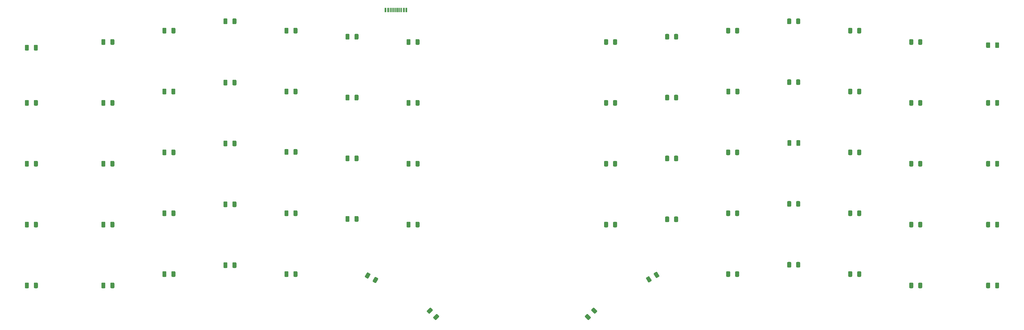
<source format=gbr>
%TF.GenerationSoftware,KiCad,Pcbnew,(5.1.10)-1*%
%TF.CreationDate,2021-08-09T17:58:55+02:00*%
%TF.ProjectId,T1,54312e6b-6963-4616-945f-706362585858,rev?*%
%TF.SameCoordinates,Original*%
%TF.FileFunction,Paste,Top*%
%TF.FilePolarity,Positive*%
%FSLAX46Y46*%
G04 Gerber Fmt 4.6, Leading zero omitted, Abs format (unit mm)*
G04 Created by KiCad (PCBNEW (5.1.10)-1) date 2021-08-09 17:58:55*
%MOMM*%
%LPD*%
G01*
G04 APERTURE LIST*
%ADD10R,0.600000X1.450000*%
%ADD11R,0.300000X1.450000*%
G04 APERTURE END LIST*
%TO.C,D68*%
G36*
G01*
X288181750Y-99990750D02*
X288181750Y-101240750D01*
G75*
G02*
X287931750Y-101490750I-250000J0D01*
G01*
X287181750Y-101490750D01*
G75*
G02*
X286931750Y-101240750I0J250000D01*
G01*
X286931750Y-99990750D01*
G75*
G02*
X287181750Y-99740750I250000J0D01*
G01*
X287931750Y-99740750D01*
G75*
G02*
X288181750Y-99990750I0J-250000D01*
G01*
G37*
G36*
G01*
X290981750Y-99990750D02*
X290981750Y-101240750D01*
G75*
G02*
X290731750Y-101490750I-250000J0D01*
G01*
X289981750Y-101490750D01*
G75*
G02*
X289731750Y-101240750I0J250000D01*
G01*
X289731750Y-99990750D01*
G75*
G02*
X289981750Y-99740750I250000J0D01*
G01*
X290731750Y-99740750D01*
G75*
G02*
X290981750Y-99990750I0J-250000D01*
G01*
G37*
%TD*%
%TO.C,D60*%
G36*
G01*
X245125750Y-134534750D02*
X245125750Y-135784750D01*
G75*
G02*
X244875750Y-136034750I-250000J0D01*
G01*
X244125750Y-136034750D01*
G75*
G02*
X243875750Y-135784750I0J250000D01*
G01*
X243875750Y-134534750D01*
G75*
G02*
X244125750Y-134284750I250000J0D01*
G01*
X244875750Y-134284750D01*
G75*
G02*
X245125750Y-134534750I0J-250000D01*
G01*
G37*
G36*
G01*
X247925750Y-134534750D02*
X247925750Y-135784750D01*
G75*
G02*
X247675750Y-136034750I-250000J0D01*
G01*
X246925750Y-136034750D01*
G75*
G02*
X246675750Y-135784750I0J250000D01*
G01*
X246675750Y-134534750D01*
G75*
G02*
X246925750Y-134284750I250000J0D01*
G01*
X247675750Y-134284750D01*
G75*
G02*
X247925750Y-134534750I0J-250000D01*
G01*
G37*
%TD*%
%TO.C,D45*%
G36*
G01*
X181858644Y-135959984D02*
X182483644Y-137042516D01*
G75*
G02*
X182392138Y-137384022I-216506J-125000D01*
G01*
X181742618Y-137759022D01*
G75*
G02*
X181401112Y-137667516I-125000J216506D01*
G01*
X180776112Y-136584984D01*
G75*
G02*
X180867618Y-136243478I216506J125000D01*
G01*
X181517138Y-135868478D01*
G75*
G02*
X181858644Y-135959984I125000J-216506D01*
G01*
G37*
G36*
G01*
X184283516Y-134559984D02*
X184908516Y-135642516D01*
G75*
G02*
X184817010Y-135984022I-216506J-125000D01*
G01*
X184167490Y-136359022D01*
G75*
G02*
X183825984Y-136267516I-125000J216506D01*
G01*
X183200984Y-135184984D01*
G75*
G02*
X183292490Y-134843478I216506J125000D01*
G01*
X183942010Y-134468478D01*
G75*
G02*
X184283516Y-134559984I125000J-216506D01*
G01*
G37*
%TD*%
D10*
%TO.C,J1*%
X99461250Y-52527250D03*
X100261250Y-52527250D03*
X105161250Y-52527250D03*
X105961250Y-52527250D03*
X105961250Y-52527250D03*
X105161250Y-52527250D03*
X100261250Y-52527250D03*
X99461250Y-52527250D03*
D11*
X104461250Y-52527250D03*
X103961250Y-52527250D03*
X103461250Y-52527250D03*
X102461250Y-52527250D03*
X101961250Y-52527250D03*
X101461250Y-52527250D03*
X100961250Y-52527250D03*
X102961250Y-52527250D03*
%TD*%
%TO.C,D70*%
G36*
G01*
X288181750Y-138090750D02*
X288181750Y-139340750D01*
G75*
G02*
X287931750Y-139590750I-250000J0D01*
G01*
X287181750Y-139590750D01*
G75*
G02*
X286931750Y-139340750I0J250000D01*
G01*
X286931750Y-138090750D01*
G75*
G02*
X287181750Y-137840750I250000J0D01*
G01*
X287931750Y-137840750D01*
G75*
G02*
X288181750Y-138090750I0J-250000D01*
G01*
G37*
G36*
G01*
X290981750Y-138090750D02*
X290981750Y-139340750D01*
G75*
G02*
X290731750Y-139590750I-250000J0D01*
G01*
X289981750Y-139590750D01*
G75*
G02*
X289731750Y-139340750I0J250000D01*
G01*
X289731750Y-138090750D01*
G75*
G02*
X289981750Y-137840750I250000J0D01*
G01*
X290731750Y-137840750D01*
G75*
G02*
X290981750Y-138090750I0J-250000D01*
G01*
G37*
%TD*%
%TO.C,D69*%
G36*
G01*
X288181750Y-119040750D02*
X288181750Y-120290750D01*
G75*
G02*
X287931750Y-120540750I-250000J0D01*
G01*
X287181750Y-120540750D01*
G75*
G02*
X286931750Y-120290750I0J250000D01*
G01*
X286931750Y-119040750D01*
G75*
G02*
X287181750Y-118790750I250000J0D01*
G01*
X287931750Y-118790750D01*
G75*
G02*
X288181750Y-119040750I0J-250000D01*
G01*
G37*
G36*
G01*
X290981750Y-119040750D02*
X290981750Y-120290750D01*
G75*
G02*
X290731750Y-120540750I-250000J0D01*
G01*
X289981750Y-120540750D01*
G75*
G02*
X289731750Y-120290750I0J250000D01*
G01*
X289731750Y-119040750D01*
G75*
G02*
X289981750Y-118790750I250000J0D01*
G01*
X290731750Y-118790750D01*
G75*
G02*
X290981750Y-119040750I0J-250000D01*
G01*
G37*
%TD*%
%TO.C,D67*%
G36*
G01*
X288181750Y-80940750D02*
X288181750Y-82190750D01*
G75*
G02*
X287931750Y-82440750I-250000J0D01*
G01*
X287181750Y-82440750D01*
G75*
G02*
X286931750Y-82190750I0J250000D01*
G01*
X286931750Y-80940750D01*
G75*
G02*
X287181750Y-80690750I250000J0D01*
G01*
X287931750Y-80690750D01*
G75*
G02*
X288181750Y-80940750I0J-250000D01*
G01*
G37*
G36*
G01*
X290981750Y-80940750D02*
X290981750Y-82190750D01*
G75*
G02*
X290731750Y-82440750I-250000J0D01*
G01*
X289981750Y-82440750D01*
G75*
G02*
X289731750Y-82190750I0J250000D01*
G01*
X289731750Y-80940750D01*
G75*
G02*
X289981750Y-80690750I250000J0D01*
G01*
X290731750Y-80690750D01*
G75*
G02*
X290981750Y-80940750I0J-250000D01*
G01*
G37*
%TD*%
%TO.C,D66*%
G36*
G01*
X288181750Y-62875000D02*
X288181750Y-64125000D01*
G75*
G02*
X287931750Y-64375000I-250000J0D01*
G01*
X287181750Y-64375000D01*
G75*
G02*
X286931750Y-64125000I0J250000D01*
G01*
X286931750Y-62875000D01*
G75*
G02*
X287181750Y-62625000I250000J0D01*
G01*
X287931750Y-62625000D01*
G75*
G02*
X288181750Y-62875000I0J-250000D01*
G01*
G37*
G36*
G01*
X290981750Y-62875000D02*
X290981750Y-64125000D01*
G75*
G02*
X290731750Y-64375000I-250000J0D01*
G01*
X289981750Y-64375000D01*
G75*
G02*
X289731750Y-64125000I0J250000D01*
G01*
X289731750Y-62875000D01*
G75*
G02*
X289981750Y-62625000I250000J0D01*
G01*
X290731750Y-62625000D01*
G75*
G02*
X290981750Y-62875000I0J-250000D01*
G01*
G37*
%TD*%
%TO.C,D65*%
G36*
G01*
X264178750Y-138090750D02*
X264178750Y-139340750D01*
G75*
G02*
X263928750Y-139590750I-250000J0D01*
G01*
X263178750Y-139590750D01*
G75*
G02*
X262928750Y-139340750I0J250000D01*
G01*
X262928750Y-138090750D01*
G75*
G02*
X263178750Y-137840750I250000J0D01*
G01*
X263928750Y-137840750D01*
G75*
G02*
X264178750Y-138090750I0J-250000D01*
G01*
G37*
G36*
G01*
X266978750Y-138090750D02*
X266978750Y-139340750D01*
G75*
G02*
X266728750Y-139590750I-250000J0D01*
G01*
X265978750Y-139590750D01*
G75*
G02*
X265728750Y-139340750I0J250000D01*
G01*
X265728750Y-138090750D01*
G75*
G02*
X265978750Y-137840750I250000J0D01*
G01*
X266728750Y-137840750D01*
G75*
G02*
X266978750Y-138090750I0J-250000D01*
G01*
G37*
%TD*%
%TO.C,D64*%
G36*
G01*
X264178750Y-119040750D02*
X264178750Y-120290750D01*
G75*
G02*
X263928750Y-120540750I-250000J0D01*
G01*
X263178750Y-120540750D01*
G75*
G02*
X262928750Y-120290750I0J250000D01*
G01*
X262928750Y-119040750D01*
G75*
G02*
X263178750Y-118790750I250000J0D01*
G01*
X263928750Y-118790750D01*
G75*
G02*
X264178750Y-119040750I0J-250000D01*
G01*
G37*
G36*
G01*
X266978750Y-119040750D02*
X266978750Y-120290750D01*
G75*
G02*
X266728750Y-120540750I-250000J0D01*
G01*
X265978750Y-120540750D01*
G75*
G02*
X265728750Y-120290750I0J250000D01*
G01*
X265728750Y-119040750D01*
G75*
G02*
X265978750Y-118790750I250000J0D01*
G01*
X266728750Y-118790750D01*
G75*
G02*
X266978750Y-119040750I0J-250000D01*
G01*
G37*
%TD*%
%TO.C,D63*%
G36*
G01*
X264175750Y-99990750D02*
X264175750Y-101240750D01*
G75*
G02*
X263925750Y-101490750I-250000J0D01*
G01*
X263175750Y-101490750D01*
G75*
G02*
X262925750Y-101240750I0J250000D01*
G01*
X262925750Y-99990750D01*
G75*
G02*
X263175750Y-99740750I250000J0D01*
G01*
X263925750Y-99740750D01*
G75*
G02*
X264175750Y-99990750I0J-250000D01*
G01*
G37*
G36*
G01*
X266975750Y-99990750D02*
X266975750Y-101240750D01*
G75*
G02*
X266725750Y-101490750I-250000J0D01*
G01*
X265975750Y-101490750D01*
G75*
G02*
X265725750Y-101240750I0J250000D01*
G01*
X265725750Y-99990750D01*
G75*
G02*
X265975750Y-99740750I250000J0D01*
G01*
X266725750Y-99740750D01*
G75*
G02*
X266975750Y-99990750I0J-250000D01*
G01*
G37*
%TD*%
%TO.C,D62*%
G36*
G01*
X264178750Y-80940750D02*
X264178750Y-82190750D01*
G75*
G02*
X263928750Y-82440750I-250000J0D01*
G01*
X263178750Y-82440750D01*
G75*
G02*
X262928750Y-82190750I0J250000D01*
G01*
X262928750Y-80940750D01*
G75*
G02*
X263178750Y-80690750I250000J0D01*
G01*
X263928750Y-80690750D01*
G75*
G02*
X264178750Y-80940750I0J-250000D01*
G01*
G37*
G36*
G01*
X266978750Y-80940750D02*
X266978750Y-82190750D01*
G75*
G02*
X266728750Y-82440750I-250000J0D01*
G01*
X265978750Y-82440750D01*
G75*
G02*
X265728750Y-82190750I0J250000D01*
G01*
X265728750Y-80940750D01*
G75*
G02*
X265978750Y-80690750I250000J0D01*
G01*
X266728750Y-80690750D01*
G75*
G02*
X266978750Y-80940750I0J-250000D01*
G01*
G37*
%TD*%
%TO.C,D61*%
G36*
G01*
X264178750Y-61890750D02*
X264178750Y-63140750D01*
G75*
G02*
X263928750Y-63390750I-250000J0D01*
G01*
X263178750Y-63390750D01*
G75*
G02*
X262928750Y-63140750I0J250000D01*
G01*
X262928750Y-61890750D01*
G75*
G02*
X263178750Y-61640750I250000J0D01*
G01*
X263928750Y-61640750D01*
G75*
G02*
X264178750Y-61890750I0J-250000D01*
G01*
G37*
G36*
G01*
X266978750Y-61890750D02*
X266978750Y-63140750D01*
G75*
G02*
X266728750Y-63390750I-250000J0D01*
G01*
X265978750Y-63390750D01*
G75*
G02*
X265728750Y-63140750I0J250000D01*
G01*
X265728750Y-61890750D01*
G75*
G02*
X265978750Y-61640750I250000J0D01*
G01*
X266728750Y-61640750D01*
G75*
G02*
X266978750Y-61890750I0J-250000D01*
G01*
G37*
%TD*%
%TO.C,D59*%
G36*
G01*
X245128750Y-115484750D02*
X245128750Y-116734750D01*
G75*
G02*
X244878750Y-116984750I-250000J0D01*
G01*
X244128750Y-116984750D01*
G75*
G02*
X243878750Y-116734750I0J250000D01*
G01*
X243878750Y-115484750D01*
G75*
G02*
X244128750Y-115234750I250000J0D01*
G01*
X244878750Y-115234750D01*
G75*
G02*
X245128750Y-115484750I0J-250000D01*
G01*
G37*
G36*
G01*
X247928750Y-115484750D02*
X247928750Y-116734750D01*
G75*
G02*
X247678750Y-116984750I-250000J0D01*
G01*
X246928750Y-116984750D01*
G75*
G02*
X246678750Y-116734750I0J250000D01*
G01*
X246678750Y-115484750D01*
G75*
G02*
X246928750Y-115234750I250000J0D01*
G01*
X247678750Y-115234750D01*
G75*
G02*
X247928750Y-115484750I0J-250000D01*
G01*
G37*
%TD*%
%TO.C,D58*%
G36*
G01*
X245128750Y-96434750D02*
X245128750Y-97684750D01*
G75*
G02*
X244878750Y-97934750I-250000J0D01*
G01*
X244128750Y-97934750D01*
G75*
G02*
X243878750Y-97684750I0J250000D01*
G01*
X243878750Y-96434750D01*
G75*
G02*
X244128750Y-96184750I250000J0D01*
G01*
X244878750Y-96184750D01*
G75*
G02*
X245128750Y-96434750I0J-250000D01*
G01*
G37*
G36*
G01*
X247928750Y-96434750D02*
X247928750Y-97684750D01*
G75*
G02*
X247678750Y-97934750I-250000J0D01*
G01*
X246928750Y-97934750D01*
G75*
G02*
X246678750Y-97684750I0J250000D01*
G01*
X246678750Y-96434750D01*
G75*
G02*
X246928750Y-96184750I250000J0D01*
G01*
X247678750Y-96184750D01*
G75*
G02*
X247928750Y-96434750I0J-250000D01*
G01*
G37*
%TD*%
%TO.C,D57*%
G36*
G01*
X245128750Y-77384750D02*
X245128750Y-78634750D01*
G75*
G02*
X244878750Y-78884750I-250000J0D01*
G01*
X244128750Y-78884750D01*
G75*
G02*
X243878750Y-78634750I0J250000D01*
G01*
X243878750Y-77384750D01*
G75*
G02*
X244128750Y-77134750I250000J0D01*
G01*
X244878750Y-77134750D01*
G75*
G02*
X245128750Y-77384750I0J-250000D01*
G01*
G37*
G36*
G01*
X247928750Y-77384750D02*
X247928750Y-78634750D01*
G75*
G02*
X247678750Y-78884750I-250000J0D01*
G01*
X246928750Y-78884750D01*
G75*
G02*
X246678750Y-78634750I0J250000D01*
G01*
X246678750Y-77384750D01*
G75*
G02*
X246928750Y-77134750I250000J0D01*
G01*
X247678750Y-77134750D01*
G75*
G02*
X247928750Y-77384750I0J-250000D01*
G01*
G37*
%TD*%
%TO.C,D56*%
G36*
G01*
X245128750Y-58334750D02*
X245128750Y-59584750D01*
G75*
G02*
X244878750Y-59834750I-250000J0D01*
G01*
X244128750Y-59834750D01*
G75*
G02*
X243878750Y-59584750I0J250000D01*
G01*
X243878750Y-58334750D01*
G75*
G02*
X244128750Y-58084750I250000J0D01*
G01*
X244878750Y-58084750D01*
G75*
G02*
X245128750Y-58334750I0J-250000D01*
G01*
G37*
G36*
G01*
X247928750Y-58334750D02*
X247928750Y-59584750D01*
G75*
G02*
X247678750Y-59834750I-250000J0D01*
G01*
X246928750Y-59834750D01*
G75*
G02*
X246678750Y-59584750I0J250000D01*
G01*
X246678750Y-58334750D01*
G75*
G02*
X246928750Y-58084750I250000J0D01*
G01*
X247678750Y-58084750D01*
G75*
G02*
X247928750Y-58334750I0J-250000D01*
G01*
G37*
%TD*%
%TO.C,D55*%
G36*
G01*
X226078750Y-131613750D02*
X226078750Y-132863750D01*
G75*
G02*
X225828750Y-133113750I-250000J0D01*
G01*
X225078750Y-133113750D01*
G75*
G02*
X224828750Y-132863750I0J250000D01*
G01*
X224828750Y-131613750D01*
G75*
G02*
X225078750Y-131363750I250000J0D01*
G01*
X225828750Y-131363750D01*
G75*
G02*
X226078750Y-131613750I0J-250000D01*
G01*
G37*
G36*
G01*
X228878750Y-131613750D02*
X228878750Y-132863750D01*
G75*
G02*
X228628750Y-133113750I-250000J0D01*
G01*
X227878750Y-133113750D01*
G75*
G02*
X227628750Y-132863750I0J250000D01*
G01*
X227628750Y-131613750D01*
G75*
G02*
X227878750Y-131363750I250000J0D01*
G01*
X228628750Y-131363750D01*
G75*
G02*
X228878750Y-131613750I0J-250000D01*
G01*
G37*
%TD*%
%TO.C,D54*%
G36*
G01*
X226078750Y-112563750D02*
X226078750Y-113813750D01*
G75*
G02*
X225828750Y-114063750I-250000J0D01*
G01*
X225078750Y-114063750D01*
G75*
G02*
X224828750Y-113813750I0J250000D01*
G01*
X224828750Y-112563750D01*
G75*
G02*
X225078750Y-112313750I250000J0D01*
G01*
X225828750Y-112313750D01*
G75*
G02*
X226078750Y-112563750I0J-250000D01*
G01*
G37*
G36*
G01*
X228878750Y-112563750D02*
X228878750Y-113813750D01*
G75*
G02*
X228628750Y-114063750I-250000J0D01*
G01*
X227878750Y-114063750D01*
G75*
G02*
X227628750Y-113813750I0J250000D01*
G01*
X227628750Y-112563750D01*
G75*
G02*
X227878750Y-112313750I250000J0D01*
G01*
X228628750Y-112313750D01*
G75*
G02*
X228878750Y-112563750I0J-250000D01*
G01*
G37*
%TD*%
%TO.C,D53*%
G36*
G01*
X226139250Y-93513750D02*
X226139250Y-94763750D01*
G75*
G02*
X225889250Y-95013750I-250000J0D01*
G01*
X225139250Y-95013750D01*
G75*
G02*
X224889250Y-94763750I0J250000D01*
G01*
X224889250Y-93513750D01*
G75*
G02*
X225139250Y-93263750I250000J0D01*
G01*
X225889250Y-93263750D01*
G75*
G02*
X226139250Y-93513750I0J-250000D01*
G01*
G37*
G36*
G01*
X228939250Y-93513750D02*
X228939250Y-94763750D01*
G75*
G02*
X228689250Y-95013750I-250000J0D01*
G01*
X227939250Y-95013750D01*
G75*
G02*
X227689250Y-94763750I0J250000D01*
G01*
X227689250Y-93513750D01*
G75*
G02*
X227939250Y-93263750I250000J0D01*
G01*
X228689250Y-93263750D01*
G75*
G02*
X228939250Y-93513750I0J-250000D01*
G01*
G37*
%TD*%
%TO.C,D52*%
G36*
G01*
X226078750Y-74463750D02*
X226078750Y-75713750D01*
G75*
G02*
X225828750Y-75963750I-250000J0D01*
G01*
X225078750Y-75963750D01*
G75*
G02*
X224828750Y-75713750I0J250000D01*
G01*
X224828750Y-74463750D01*
G75*
G02*
X225078750Y-74213750I250000J0D01*
G01*
X225828750Y-74213750D01*
G75*
G02*
X226078750Y-74463750I0J-250000D01*
G01*
G37*
G36*
G01*
X228878750Y-74463750D02*
X228878750Y-75713750D01*
G75*
G02*
X228628750Y-75963750I-250000J0D01*
G01*
X227878750Y-75963750D01*
G75*
G02*
X227628750Y-75713750I0J250000D01*
G01*
X227628750Y-74463750D01*
G75*
G02*
X227878750Y-74213750I250000J0D01*
G01*
X228628750Y-74213750D01*
G75*
G02*
X228878750Y-74463750I0J-250000D01*
G01*
G37*
%TD*%
%TO.C,D51*%
G36*
G01*
X226075750Y-55413750D02*
X226075750Y-56663750D01*
G75*
G02*
X225825750Y-56913750I-250000J0D01*
G01*
X225075750Y-56913750D01*
G75*
G02*
X224825750Y-56663750I0J250000D01*
G01*
X224825750Y-55413750D01*
G75*
G02*
X225075750Y-55163750I250000J0D01*
G01*
X225825750Y-55163750D01*
G75*
G02*
X226075750Y-55413750I0J-250000D01*
G01*
G37*
G36*
G01*
X228875750Y-55413750D02*
X228875750Y-56663750D01*
G75*
G02*
X228625750Y-56913750I-250000J0D01*
G01*
X227875750Y-56913750D01*
G75*
G02*
X227625750Y-56663750I0J250000D01*
G01*
X227625750Y-55413750D01*
G75*
G02*
X227875750Y-55163750I250000J0D01*
G01*
X228625750Y-55163750D01*
G75*
G02*
X228875750Y-55413750I0J-250000D01*
G01*
G37*
%TD*%
%TO.C,D50*%
G36*
G01*
X207028750Y-134534750D02*
X207028750Y-135784750D01*
G75*
G02*
X206778750Y-136034750I-250000J0D01*
G01*
X206028750Y-136034750D01*
G75*
G02*
X205778750Y-135784750I0J250000D01*
G01*
X205778750Y-134534750D01*
G75*
G02*
X206028750Y-134284750I250000J0D01*
G01*
X206778750Y-134284750D01*
G75*
G02*
X207028750Y-134534750I0J-250000D01*
G01*
G37*
G36*
G01*
X209828750Y-134534750D02*
X209828750Y-135784750D01*
G75*
G02*
X209578750Y-136034750I-250000J0D01*
G01*
X208828750Y-136034750D01*
G75*
G02*
X208578750Y-135784750I0J250000D01*
G01*
X208578750Y-134534750D01*
G75*
G02*
X208828750Y-134284750I250000J0D01*
G01*
X209578750Y-134284750D01*
G75*
G02*
X209828750Y-134534750I0J-250000D01*
G01*
G37*
%TD*%
%TO.C,D49*%
G36*
G01*
X207028750Y-115484750D02*
X207028750Y-116734750D01*
G75*
G02*
X206778750Y-116984750I-250000J0D01*
G01*
X206028750Y-116984750D01*
G75*
G02*
X205778750Y-116734750I0J250000D01*
G01*
X205778750Y-115484750D01*
G75*
G02*
X206028750Y-115234750I250000J0D01*
G01*
X206778750Y-115234750D01*
G75*
G02*
X207028750Y-115484750I0J-250000D01*
G01*
G37*
G36*
G01*
X209828750Y-115484750D02*
X209828750Y-116734750D01*
G75*
G02*
X209578750Y-116984750I-250000J0D01*
G01*
X208828750Y-116984750D01*
G75*
G02*
X208578750Y-116734750I0J250000D01*
G01*
X208578750Y-115484750D01*
G75*
G02*
X208828750Y-115234750I250000J0D01*
G01*
X209578750Y-115234750D01*
G75*
G02*
X209828750Y-115484750I0J-250000D01*
G01*
G37*
%TD*%
%TO.C,D48*%
G36*
G01*
X207028750Y-96434750D02*
X207028750Y-97684750D01*
G75*
G02*
X206778750Y-97934750I-250000J0D01*
G01*
X206028750Y-97934750D01*
G75*
G02*
X205778750Y-97684750I0J250000D01*
G01*
X205778750Y-96434750D01*
G75*
G02*
X206028750Y-96184750I250000J0D01*
G01*
X206778750Y-96184750D01*
G75*
G02*
X207028750Y-96434750I0J-250000D01*
G01*
G37*
G36*
G01*
X209828750Y-96434750D02*
X209828750Y-97684750D01*
G75*
G02*
X209578750Y-97934750I-250000J0D01*
G01*
X208828750Y-97934750D01*
G75*
G02*
X208578750Y-97684750I0J250000D01*
G01*
X208578750Y-96434750D01*
G75*
G02*
X208828750Y-96184750I250000J0D01*
G01*
X209578750Y-96184750D01*
G75*
G02*
X209828750Y-96434750I0J-250000D01*
G01*
G37*
%TD*%
%TO.C,D47*%
G36*
G01*
X207092250Y-77384750D02*
X207092250Y-78634750D01*
G75*
G02*
X206842250Y-78884750I-250000J0D01*
G01*
X206092250Y-78884750D01*
G75*
G02*
X205842250Y-78634750I0J250000D01*
G01*
X205842250Y-77384750D01*
G75*
G02*
X206092250Y-77134750I250000J0D01*
G01*
X206842250Y-77134750D01*
G75*
G02*
X207092250Y-77384750I0J-250000D01*
G01*
G37*
G36*
G01*
X209892250Y-77384750D02*
X209892250Y-78634750D01*
G75*
G02*
X209642250Y-78884750I-250000J0D01*
G01*
X208892250Y-78884750D01*
G75*
G02*
X208642250Y-78634750I0J250000D01*
G01*
X208642250Y-77384750D01*
G75*
G02*
X208892250Y-77134750I250000J0D01*
G01*
X209642250Y-77134750D01*
G75*
G02*
X209892250Y-77384750I0J-250000D01*
G01*
G37*
%TD*%
%TO.C,D46*%
G36*
G01*
X207028750Y-58334750D02*
X207028750Y-59584750D01*
G75*
G02*
X206778750Y-59834750I-250000J0D01*
G01*
X206028750Y-59834750D01*
G75*
G02*
X205778750Y-59584750I0J250000D01*
G01*
X205778750Y-58334750D01*
G75*
G02*
X206028750Y-58084750I250000J0D01*
G01*
X206778750Y-58084750D01*
G75*
G02*
X207028750Y-58334750I0J-250000D01*
G01*
G37*
G36*
G01*
X209828750Y-58334750D02*
X209828750Y-59584750D01*
G75*
G02*
X209578750Y-59834750I-250000J0D01*
G01*
X208828750Y-59834750D01*
G75*
G02*
X208578750Y-59584750I0J250000D01*
G01*
X208578750Y-58334750D01*
G75*
G02*
X208828750Y-58084750I250000J0D01*
G01*
X209578750Y-58084750D01*
G75*
G02*
X209828750Y-58334750I0J-250000D01*
G01*
G37*
%TD*%
%TO.C,D44*%
G36*
G01*
X187978750Y-117389750D02*
X187978750Y-118639750D01*
G75*
G02*
X187728750Y-118889750I-250000J0D01*
G01*
X186978750Y-118889750D01*
G75*
G02*
X186728750Y-118639750I0J250000D01*
G01*
X186728750Y-117389750D01*
G75*
G02*
X186978750Y-117139750I250000J0D01*
G01*
X187728750Y-117139750D01*
G75*
G02*
X187978750Y-117389750I0J-250000D01*
G01*
G37*
G36*
G01*
X190778750Y-117389750D02*
X190778750Y-118639750D01*
G75*
G02*
X190528750Y-118889750I-250000J0D01*
G01*
X189778750Y-118889750D01*
G75*
G02*
X189528750Y-118639750I0J250000D01*
G01*
X189528750Y-117389750D01*
G75*
G02*
X189778750Y-117139750I250000J0D01*
G01*
X190528750Y-117139750D01*
G75*
G02*
X190778750Y-117389750I0J-250000D01*
G01*
G37*
%TD*%
%TO.C,D43*%
G36*
G01*
X187978750Y-98339750D02*
X187978750Y-99589750D01*
G75*
G02*
X187728750Y-99839750I-250000J0D01*
G01*
X186978750Y-99839750D01*
G75*
G02*
X186728750Y-99589750I0J250000D01*
G01*
X186728750Y-98339750D01*
G75*
G02*
X186978750Y-98089750I250000J0D01*
G01*
X187728750Y-98089750D01*
G75*
G02*
X187978750Y-98339750I0J-250000D01*
G01*
G37*
G36*
G01*
X190778750Y-98339750D02*
X190778750Y-99589750D01*
G75*
G02*
X190528750Y-99839750I-250000J0D01*
G01*
X189778750Y-99839750D01*
G75*
G02*
X189528750Y-99589750I0J250000D01*
G01*
X189528750Y-98339750D01*
G75*
G02*
X189778750Y-98089750I250000J0D01*
G01*
X190528750Y-98089750D01*
G75*
G02*
X190778750Y-98339750I0J-250000D01*
G01*
G37*
%TD*%
%TO.C,D42*%
G36*
G01*
X187978750Y-79289750D02*
X187978750Y-80539750D01*
G75*
G02*
X187728750Y-80789750I-250000J0D01*
G01*
X186978750Y-80789750D01*
G75*
G02*
X186728750Y-80539750I0J250000D01*
G01*
X186728750Y-79289750D01*
G75*
G02*
X186978750Y-79039750I250000J0D01*
G01*
X187728750Y-79039750D01*
G75*
G02*
X187978750Y-79289750I0J-250000D01*
G01*
G37*
G36*
G01*
X190778750Y-79289750D02*
X190778750Y-80539750D01*
G75*
G02*
X190528750Y-80789750I-250000J0D01*
G01*
X189778750Y-80789750D01*
G75*
G02*
X189528750Y-80539750I0J250000D01*
G01*
X189528750Y-79289750D01*
G75*
G02*
X189778750Y-79039750I250000J0D01*
G01*
X190528750Y-79039750D01*
G75*
G02*
X190778750Y-79289750I0J-250000D01*
G01*
G37*
%TD*%
%TO.C,D41*%
G36*
G01*
X187978750Y-60239750D02*
X187978750Y-61489750D01*
G75*
G02*
X187728750Y-61739750I-250000J0D01*
G01*
X186978750Y-61739750D01*
G75*
G02*
X186728750Y-61489750I0J250000D01*
G01*
X186728750Y-60239750D01*
G75*
G02*
X186978750Y-59989750I250000J0D01*
G01*
X187728750Y-59989750D01*
G75*
G02*
X187978750Y-60239750I0J-250000D01*
G01*
G37*
G36*
G01*
X190778750Y-60239750D02*
X190778750Y-61489750D01*
G75*
G02*
X190528750Y-61739750I-250000J0D01*
G01*
X189778750Y-61739750D01*
G75*
G02*
X189528750Y-61489750I0J250000D01*
G01*
X189528750Y-60239750D01*
G75*
G02*
X189778750Y-59989750I250000J0D01*
G01*
X190528750Y-59989750D01*
G75*
G02*
X190778750Y-60239750I0J-250000D01*
G01*
G37*
%TD*%
%TO.C,D40*%
G36*
G01*
X162617801Y-147711815D02*
X163501685Y-148595699D01*
G75*
G02*
X163501685Y-148949253I-176777J-176777D01*
G01*
X162971355Y-149479583D01*
G75*
G02*
X162617801Y-149479583I-176777J176777D01*
G01*
X161733917Y-148595699D01*
G75*
G02*
X161733917Y-148242145I176777J176777D01*
G01*
X162264247Y-147711815D01*
G75*
G02*
X162617801Y-147711815I176777J-176777D01*
G01*
G37*
G36*
G01*
X164597699Y-145731917D02*
X165481583Y-146615801D01*
G75*
G02*
X165481583Y-146969355I-176777J-176777D01*
G01*
X164951253Y-147499685D01*
G75*
G02*
X164597699Y-147499685I-176777J176777D01*
G01*
X163713815Y-146615801D01*
G75*
G02*
X163713815Y-146262247I176777J176777D01*
G01*
X164244145Y-145731917D01*
G75*
G02*
X164597699Y-145731917I176777J-176777D01*
G01*
G37*
%TD*%
%TO.C,D39*%
G36*
G01*
X168928750Y-119040750D02*
X168928750Y-120290750D01*
G75*
G02*
X168678750Y-120540750I-250000J0D01*
G01*
X167928750Y-120540750D01*
G75*
G02*
X167678750Y-120290750I0J250000D01*
G01*
X167678750Y-119040750D01*
G75*
G02*
X167928750Y-118790750I250000J0D01*
G01*
X168678750Y-118790750D01*
G75*
G02*
X168928750Y-119040750I0J-250000D01*
G01*
G37*
G36*
G01*
X171728750Y-119040750D02*
X171728750Y-120290750D01*
G75*
G02*
X171478750Y-120540750I-250000J0D01*
G01*
X170728750Y-120540750D01*
G75*
G02*
X170478750Y-120290750I0J250000D01*
G01*
X170478750Y-119040750D01*
G75*
G02*
X170728750Y-118790750I250000J0D01*
G01*
X171478750Y-118790750D01*
G75*
G02*
X171728750Y-119040750I0J-250000D01*
G01*
G37*
%TD*%
%TO.C,D38*%
G36*
G01*
X168928750Y-99990750D02*
X168928750Y-101240750D01*
G75*
G02*
X168678750Y-101490750I-250000J0D01*
G01*
X167928750Y-101490750D01*
G75*
G02*
X167678750Y-101240750I0J250000D01*
G01*
X167678750Y-99990750D01*
G75*
G02*
X167928750Y-99740750I250000J0D01*
G01*
X168678750Y-99740750D01*
G75*
G02*
X168928750Y-99990750I0J-250000D01*
G01*
G37*
G36*
G01*
X171728750Y-99990750D02*
X171728750Y-101240750D01*
G75*
G02*
X171478750Y-101490750I-250000J0D01*
G01*
X170728750Y-101490750D01*
G75*
G02*
X170478750Y-101240750I0J250000D01*
G01*
X170478750Y-99990750D01*
G75*
G02*
X170728750Y-99740750I250000J0D01*
G01*
X171478750Y-99740750D01*
G75*
G02*
X171728750Y-99990750I0J-250000D01*
G01*
G37*
%TD*%
%TO.C,D37*%
G36*
G01*
X168928750Y-80940750D02*
X168928750Y-82190750D01*
G75*
G02*
X168678750Y-82440750I-250000J0D01*
G01*
X167928750Y-82440750D01*
G75*
G02*
X167678750Y-82190750I0J250000D01*
G01*
X167678750Y-80940750D01*
G75*
G02*
X167928750Y-80690750I250000J0D01*
G01*
X168678750Y-80690750D01*
G75*
G02*
X168928750Y-80940750I0J-250000D01*
G01*
G37*
G36*
G01*
X171728750Y-80940750D02*
X171728750Y-82190750D01*
G75*
G02*
X171478750Y-82440750I-250000J0D01*
G01*
X170728750Y-82440750D01*
G75*
G02*
X170478750Y-82190750I0J250000D01*
G01*
X170478750Y-80940750D01*
G75*
G02*
X170728750Y-80690750I250000J0D01*
G01*
X171478750Y-80690750D01*
G75*
G02*
X171728750Y-80940750I0J-250000D01*
G01*
G37*
%TD*%
%TO.C,D36*%
G36*
G01*
X168928750Y-61890750D02*
X168928750Y-63140750D01*
G75*
G02*
X168678750Y-63390750I-250000J0D01*
G01*
X167928750Y-63390750D01*
G75*
G02*
X167678750Y-63140750I0J250000D01*
G01*
X167678750Y-61890750D01*
G75*
G02*
X167928750Y-61640750I250000J0D01*
G01*
X168678750Y-61640750D01*
G75*
G02*
X168928750Y-61890750I0J-250000D01*
G01*
G37*
G36*
G01*
X171728750Y-61890750D02*
X171728750Y-63140750D01*
G75*
G02*
X171478750Y-63390750I-250000J0D01*
G01*
X170728750Y-63390750D01*
G75*
G02*
X170478750Y-63140750I0J250000D01*
G01*
X170478750Y-61890750D01*
G75*
G02*
X170728750Y-61640750I250000J0D01*
G01*
X171478750Y-61640750D01*
G75*
G02*
X171728750Y-61890750I0J-250000D01*
G01*
G37*
%TD*%
%TO.C,D35*%
G36*
G01*
X114374315Y-148595699D02*
X115258199Y-147711815D01*
G75*
G02*
X115611753Y-147711815I176777J-176777D01*
G01*
X116142083Y-148242145D01*
G75*
G02*
X116142083Y-148595699I-176777J-176777D01*
G01*
X115258199Y-149479583D01*
G75*
G02*
X114904645Y-149479583I-176777J176777D01*
G01*
X114374315Y-148949253D01*
G75*
G02*
X114374315Y-148595699I176777J176777D01*
G01*
G37*
G36*
G01*
X112394417Y-146615801D02*
X113278301Y-145731917D01*
G75*
G02*
X113631855Y-145731917I176777J-176777D01*
G01*
X114162185Y-146262247D01*
G75*
G02*
X114162185Y-146615801I-176777J-176777D01*
G01*
X113278301Y-147499685D01*
G75*
G02*
X112924747Y-147499685I-176777J176777D01*
G01*
X112394417Y-146969355D01*
G75*
G02*
X112394417Y-146615801I176777J176777D01*
G01*
G37*
%TD*%
%TO.C,D34*%
G36*
G01*
X108820250Y-120290750D02*
X108820250Y-119040750D01*
G75*
G02*
X109070250Y-118790750I250000J0D01*
G01*
X109820250Y-118790750D01*
G75*
G02*
X110070250Y-119040750I0J-250000D01*
G01*
X110070250Y-120290750D01*
G75*
G02*
X109820250Y-120540750I-250000J0D01*
G01*
X109070250Y-120540750D01*
G75*
G02*
X108820250Y-120290750I0J250000D01*
G01*
G37*
G36*
G01*
X106020250Y-120290750D02*
X106020250Y-119040750D01*
G75*
G02*
X106270250Y-118790750I250000J0D01*
G01*
X107020250Y-118790750D01*
G75*
G02*
X107270250Y-119040750I0J-250000D01*
G01*
X107270250Y-120290750D01*
G75*
G02*
X107020250Y-120540750I-250000J0D01*
G01*
X106270250Y-120540750D01*
G75*
G02*
X106020250Y-120290750I0J250000D01*
G01*
G37*
%TD*%
%TO.C,D33*%
G36*
G01*
X108820250Y-101240750D02*
X108820250Y-99990750D01*
G75*
G02*
X109070250Y-99740750I250000J0D01*
G01*
X109820250Y-99740750D01*
G75*
G02*
X110070250Y-99990750I0J-250000D01*
G01*
X110070250Y-101240750D01*
G75*
G02*
X109820250Y-101490750I-250000J0D01*
G01*
X109070250Y-101490750D01*
G75*
G02*
X108820250Y-101240750I0J250000D01*
G01*
G37*
G36*
G01*
X106020250Y-101240750D02*
X106020250Y-99990750D01*
G75*
G02*
X106270250Y-99740750I250000J0D01*
G01*
X107020250Y-99740750D01*
G75*
G02*
X107270250Y-99990750I0J-250000D01*
G01*
X107270250Y-101240750D01*
G75*
G02*
X107020250Y-101490750I-250000J0D01*
G01*
X106270250Y-101490750D01*
G75*
G02*
X106020250Y-101240750I0J250000D01*
G01*
G37*
%TD*%
%TO.C,D32*%
G36*
G01*
X108820250Y-82190750D02*
X108820250Y-80940750D01*
G75*
G02*
X109070250Y-80690750I250000J0D01*
G01*
X109820250Y-80690750D01*
G75*
G02*
X110070250Y-80940750I0J-250000D01*
G01*
X110070250Y-82190750D01*
G75*
G02*
X109820250Y-82440750I-250000J0D01*
G01*
X109070250Y-82440750D01*
G75*
G02*
X108820250Y-82190750I0J250000D01*
G01*
G37*
G36*
G01*
X106020250Y-82190750D02*
X106020250Y-80940750D01*
G75*
G02*
X106270250Y-80690750I250000J0D01*
G01*
X107020250Y-80690750D01*
G75*
G02*
X107270250Y-80940750I0J-250000D01*
G01*
X107270250Y-82190750D01*
G75*
G02*
X107020250Y-82440750I-250000J0D01*
G01*
X106270250Y-82440750D01*
G75*
G02*
X106020250Y-82190750I0J250000D01*
G01*
G37*
%TD*%
%TO.C,D31*%
G36*
G01*
X108820250Y-63140750D02*
X108820250Y-61890750D01*
G75*
G02*
X109070250Y-61640750I250000J0D01*
G01*
X109820250Y-61640750D01*
G75*
G02*
X110070250Y-61890750I0J-250000D01*
G01*
X110070250Y-63140750D01*
G75*
G02*
X109820250Y-63390750I-250000J0D01*
G01*
X109070250Y-63390750D01*
G75*
G02*
X108820250Y-63140750I0J250000D01*
G01*
G37*
G36*
G01*
X106020250Y-63140750D02*
X106020250Y-61890750D01*
G75*
G02*
X106270250Y-61640750I250000J0D01*
G01*
X107020250Y-61640750D01*
G75*
G02*
X107270250Y-61890750I0J-250000D01*
G01*
X107270250Y-63140750D01*
G75*
G02*
X107020250Y-63390750I-250000J0D01*
G01*
X106270250Y-63390750D01*
G75*
G02*
X106020250Y-63140750I0J250000D01*
G01*
G37*
%TD*%
%TO.C,D30*%
G36*
G01*
X95449920Y-137231516D02*
X96074920Y-136148984D01*
G75*
G02*
X96416426Y-136057478I216506J-125000D01*
G01*
X97065946Y-136432478D01*
G75*
G02*
X97157452Y-136773984I-125000J-216506D01*
G01*
X96532452Y-137856516D01*
G75*
G02*
X96190946Y-137948022I-216506J125000D01*
G01*
X95541426Y-137573022D01*
G75*
G02*
X95449920Y-137231516I125000J216506D01*
G01*
G37*
G36*
G01*
X93025048Y-135831516D02*
X93650048Y-134748984D01*
G75*
G02*
X93991554Y-134657478I216506J-125000D01*
G01*
X94641074Y-135032478D01*
G75*
G02*
X94732580Y-135373984I-125000J-216506D01*
G01*
X94107580Y-136456516D01*
G75*
G02*
X93766074Y-136548022I-216506J125000D01*
G01*
X93116554Y-136173022D01*
G75*
G02*
X93025048Y-135831516I125000J216506D01*
G01*
G37*
%TD*%
%TO.C,D29*%
G36*
G01*
X89770250Y-118512750D02*
X89770250Y-117262750D01*
G75*
G02*
X90020250Y-117012750I250000J0D01*
G01*
X90770250Y-117012750D01*
G75*
G02*
X91020250Y-117262750I0J-250000D01*
G01*
X91020250Y-118512750D01*
G75*
G02*
X90770250Y-118762750I-250000J0D01*
G01*
X90020250Y-118762750D01*
G75*
G02*
X89770250Y-118512750I0J250000D01*
G01*
G37*
G36*
G01*
X86970250Y-118512750D02*
X86970250Y-117262750D01*
G75*
G02*
X87220250Y-117012750I250000J0D01*
G01*
X87970250Y-117012750D01*
G75*
G02*
X88220250Y-117262750I0J-250000D01*
G01*
X88220250Y-118512750D01*
G75*
G02*
X87970250Y-118762750I-250000J0D01*
G01*
X87220250Y-118762750D01*
G75*
G02*
X86970250Y-118512750I0J250000D01*
G01*
G37*
%TD*%
%TO.C,D28*%
G36*
G01*
X89770250Y-99558000D02*
X89770250Y-98308000D01*
G75*
G02*
X90020250Y-98058000I250000J0D01*
G01*
X90770250Y-98058000D01*
G75*
G02*
X91020250Y-98308000I0J-250000D01*
G01*
X91020250Y-99558000D01*
G75*
G02*
X90770250Y-99808000I-250000J0D01*
G01*
X90020250Y-99808000D01*
G75*
G02*
X89770250Y-99558000I0J250000D01*
G01*
G37*
G36*
G01*
X86970250Y-99558000D02*
X86970250Y-98308000D01*
G75*
G02*
X87220250Y-98058000I250000J0D01*
G01*
X87970250Y-98058000D01*
G75*
G02*
X88220250Y-98308000I0J-250000D01*
G01*
X88220250Y-99558000D01*
G75*
G02*
X87970250Y-99808000I-250000J0D01*
G01*
X87220250Y-99808000D01*
G75*
G02*
X86970250Y-99558000I0J250000D01*
G01*
G37*
%TD*%
%TO.C,D27*%
G36*
G01*
X89770250Y-80539750D02*
X89770250Y-79289750D01*
G75*
G02*
X90020250Y-79039750I250000J0D01*
G01*
X90770250Y-79039750D01*
G75*
G02*
X91020250Y-79289750I0J-250000D01*
G01*
X91020250Y-80539750D01*
G75*
G02*
X90770250Y-80789750I-250000J0D01*
G01*
X90020250Y-80789750D01*
G75*
G02*
X89770250Y-80539750I0J250000D01*
G01*
G37*
G36*
G01*
X86970250Y-80539750D02*
X86970250Y-79289750D01*
G75*
G02*
X87220250Y-79039750I250000J0D01*
G01*
X87970250Y-79039750D01*
G75*
G02*
X88220250Y-79289750I0J-250000D01*
G01*
X88220250Y-80539750D01*
G75*
G02*
X87970250Y-80789750I-250000J0D01*
G01*
X87220250Y-80789750D01*
G75*
G02*
X86970250Y-80539750I0J250000D01*
G01*
G37*
%TD*%
%TO.C,D26*%
G36*
G01*
X89770250Y-61489750D02*
X89770250Y-60239750D01*
G75*
G02*
X90020250Y-59989750I250000J0D01*
G01*
X90770250Y-59989750D01*
G75*
G02*
X91020250Y-60239750I0J-250000D01*
G01*
X91020250Y-61489750D01*
G75*
G02*
X90770250Y-61739750I-250000J0D01*
G01*
X90020250Y-61739750D01*
G75*
G02*
X89770250Y-61489750I0J250000D01*
G01*
G37*
G36*
G01*
X86970250Y-61489750D02*
X86970250Y-60239750D01*
G75*
G02*
X87220250Y-59989750I250000J0D01*
G01*
X87970250Y-59989750D01*
G75*
G02*
X88220250Y-60239750I0J-250000D01*
G01*
X88220250Y-61489750D01*
G75*
G02*
X87970250Y-61739750I-250000J0D01*
G01*
X87220250Y-61739750D01*
G75*
G02*
X86970250Y-61489750I0J250000D01*
G01*
G37*
%TD*%
%TO.C,D25*%
G36*
G01*
X70720250Y-135784750D02*
X70720250Y-134534750D01*
G75*
G02*
X70970250Y-134284750I250000J0D01*
G01*
X71720250Y-134284750D01*
G75*
G02*
X71970250Y-134534750I0J-250000D01*
G01*
X71970250Y-135784750D01*
G75*
G02*
X71720250Y-136034750I-250000J0D01*
G01*
X70970250Y-136034750D01*
G75*
G02*
X70720250Y-135784750I0J250000D01*
G01*
G37*
G36*
G01*
X67920250Y-135784750D02*
X67920250Y-134534750D01*
G75*
G02*
X68170250Y-134284750I250000J0D01*
G01*
X68920250Y-134284750D01*
G75*
G02*
X69170250Y-134534750I0J-250000D01*
G01*
X69170250Y-135784750D01*
G75*
G02*
X68920250Y-136034750I-250000J0D01*
G01*
X68170250Y-136034750D01*
G75*
G02*
X67920250Y-135784750I0J250000D01*
G01*
G37*
%TD*%
%TO.C,D24*%
G36*
G01*
X70720250Y-116734750D02*
X70720250Y-115484750D01*
G75*
G02*
X70970250Y-115234750I250000J0D01*
G01*
X71720250Y-115234750D01*
G75*
G02*
X71970250Y-115484750I0J-250000D01*
G01*
X71970250Y-116734750D01*
G75*
G02*
X71720250Y-116984750I-250000J0D01*
G01*
X70970250Y-116984750D01*
G75*
G02*
X70720250Y-116734750I0J250000D01*
G01*
G37*
G36*
G01*
X67920250Y-116734750D02*
X67920250Y-115484750D01*
G75*
G02*
X68170250Y-115234750I250000J0D01*
G01*
X68920250Y-115234750D01*
G75*
G02*
X69170250Y-115484750I0J-250000D01*
G01*
X69170250Y-116734750D01*
G75*
G02*
X68920250Y-116984750I-250000J0D01*
G01*
X68170250Y-116984750D01*
G75*
G02*
X67920250Y-116734750I0J250000D01*
G01*
G37*
%TD*%
%TO.C,D23*%
G36*
G01*
X70720250Y-97557750D02*
X70720250Y-96307750D01*
G75*
G02*
X70970250Y-96057750I250000J0D01*
G01*
X71720250Y-96057750D01*
G75*
G02*
X71970250Y-96307750I0J-250000D01*
G01*
X71970250Y-97557750D01*
G75*
G02*
X71720250Y-97807750I-250000J0D01*
G01*
X70970250Y-97807750D01*
G75*
G02*
X70720250Y-97557750I0J250000D01*
G01*
G37*
G36*
G01*
X67920250Y-97557750D02*
X67920250Y-96307750D01*
G75*
G02*
X68170250Y-96057750I250000J0D01*
G01*
X68920250Y-96057750D01*
G75*
G02*
X69170250Y-96307750I0J-250000D01*
G01*
X69170250Y-97557750D01*
G75*
G02*
X68920250Y-97807750I-250000J0D01*
G01*
X68170250Y-97807750D01*
G75*
G02*
X67920250Y-97557750I0J250000D01*
G01*
G37*
%TD*%
%TO.C,D22*%
G36*
G01*
X70720250Y-78634750D02*
X70720250Y-77384750D01*
G75*
G02*
X70970250Y-77134750I250000J0D01*
G01*
X71720250Y-77134750D01*
G75*
G02*
X71970250Y-77384750I0J-250000D01*
G01*
X71970250Y-78634750D01*
G75*
G02*
X71720250Y-78884750I-250000J0D01*
G01*
X70970250Y-78884750D01*
G75*
G02*
X70720250Y-78634750I0J250000D01*
G01*
G37*
G36*
G01*
X67920250Y-78634750D02*
X67920250Y-77384750D01*
G75*
G02*
X68170250Y-77134750I250000J0D01*
G01*
X68920250Y-77134750D01*
G75*
G02*
X69170250Y-77384750I0J-250000D01*
G01*
X69170250Y-78634750D01*
G75*
G02*
X68920250Y-78884750I-250000J0D01*
G01*
X68170250Y-78884750D01*
G75*
G02*
X67920250Y-78634750I0J250000D01*
G01*
G37*
%TD*%
%TO.C,D21*%
G36*
G01*
X70720250Y-59584750D02*
X70720250Y-58334750D01*
G75*
G02*
X70970250Y-58084750I250000J0D01*
G01*
X71720250Y-58084750D01*
G75*
G02*
X71970250Y-58334750I0J-250000D01*
G01*
X71970250Y-59584750D01*
G75*
G02*
X71720250Y-59834750I-250000J0D01*
G01*
X70970250Y-59834750D01*
G75*
G02*
X70720250Y-59584750I0J250000D01*
G01*
G37*
G36*
G01*
X67920250Y-59584750D02*
X67920250Y-58334750D01*
G75*
G02*
X68170250Y-58084750I250000J0D01*
G01*
X68920250Y-58084750D01*
G75*
G02*
X69170250Y-58334750I0J-250000D01*
G01*
X69170250Y-59584750D01*
G75*
G02*
X68920250Y-59834750I-250000J0D01*
G01*
X68170250Y-59834750D01*
G75*
G02*
X67920250Y-59584750I0J250000D01*
G01*
G37*
%TD*%
%TO.C,D20*%
G36*
G01*
X51670250Y-132990750D02*
X51670250Y-131740750D01*
G75*
G02*
X51920250Y-131490750I250000J0D01*
G01*
X52670250Y-131490750D01*
G75*
G02*
X52920250Y-131740750I0J-250000D01*
G01*
X52920250Y-132990750D01*
G75*
G02*
X52670250Y-133240750I-250000J0D01*
G01*
X51920250Y-133240750D01*
G75*
G02*
X51670250Y-132990750I0J250000D01*
G01*
G37*
G36*
G01*
X48870250Y-132990750D02*
X48870250Y-131740750D01*
G75*
G02*
X49120250Y-131490750I250000J0D01*
G01*
X49870250Y-131490750D01*
G75*
G02*
X50120250Y-131740750I0J-250000D01*
G01*
X50120250Y-132990750D01*
G75*
G02*
X49870250Y-133240750I-250000J0D01*
G01*
X49120250Y-133240750D01*
G75*
G02*
X48870250Y-132990750I0J250000D01*
G01*
G37*
%TD*%
%TO.C,D19*%
G36*
G01*
X51670250Y-113940750D02*
X51670250Y-112690750D01*
G75*
G02*
X51920250Y-112440750I250000J0D01*
G01*
X52670250Y-112440750D01*
G75*
G02*
X52920250Y-112690750I0J-250000D01*
G01*
X52920250Y-113940750D01*
G75*
G02*
X52670250Y-114190750I-250000J0D01*
G01*
X51920250Y-114190750D01*
G75*
G02*
X51670250Y-113940750I0J250000D01*
G01*
G37*
G36*
G01*
X48870250Y-113940750D02*
X48870250Y-112690750D01*
G75*
G02*
X49120250Y-112440750I250000J0D01*
G01*
X49870250Y-112440750D01*
G75*
G02*
X50120250Y-112690750I0J-250000D01*
G01*
X50120250Y-113940750D01*
G75*
G02*
X49870250Y-114190750I-250000J0D01*
G01*
X49120250Y-114190750D01*
G75*
G02*
X48870250Y-113940750I0J250000D01*
G01*
G37*
%TD*%
%TO.C,D18*%
G36*
G01*
X51670250Y-94890750D02*
X51670250Y-93640750D01*
G75*
G02*
X51920250Y-93390750I250000J0D01*
G01*
X52670250Y-93390750D01*
G75*
G02*
X52920250Y-93640750I0J-250000D01*
G01*
X52920250Y-94890750D01*
G75*
G02*
X52670250Y-95140750I-250000J0D01*
G01*
X51920250Y-95140750D01*
G75*
G02*
X51670250Y-94890750I0J250000D01*
G01*
G37*
G36*
G01*
X48870250Y-94890750D02*
X48870250Y-93640750D01*
G75*
G02*
X49120250Y-93390750I250000J0D01*
G01*
X49870250Y-93390750D01*
G75*
G02*
X50120250Y-93640750I0J-250000D01*
G01*
X50120250Y-94890750D01*
G75*
G02*
X49870250Y-95140750I-250000J0D01*
G01*
X49120250Y-95140750D01*
G75*
G02*
X48870250Y-94890750I0J250000D01*
G01*
G37*
%TD*%
%TO.C,D17*%
G36*
G01*
X51670250Y-75840750D02*
X51670250Y-74590750D01*
G75*
G02*
X51920250Y-74340750I250000J0D01*
G01*
X52670250Y-74340750D01*
G75*
G02*
X52920250Y-74590750I0J-250000D01*
G01*
X52920250Y-75840750D01*
G75*
G02*
X52670250Y-76090750I-250000J0D01*
G01*
X51920250Y-76090750D01*
G75*
G02*
X51670250Y-75840750I0J250000D01*
G01*
G37*
G36*
G01*
X48870250Y-75840750D02*
X48870250Y-74590750D01*
G75*
G02*
X49120250Y-74340750I250000J0D01*
G01*
X49870250Y-74340750D01*
G75*
G02*
X50120250Y-74590750I0J-250000D01*
G01*
X50120250Y-75840750D01*
G75*
G02*
X49870250Y-76090750I-250000J0D01*
G01*
X49120250Y-76090750D01*
G75*
G02*
X48870250Y-75840750I0J250000D01*
G01*
G37*
%TD*%
%TO.C,D16*%
G36*
G01*
X51670250Y-56663750D02*
X51670250Y-55413750D01*
G75*
G02*
X51920250Y-55163750I250000J0D01*
G01*
X52670250Y-55163750D01*
G75*
G02*
X52920250Y-55413750I0J-250000D01*
G01*
X52920250Y-56663750D01*
G75*
G02*
X52670250Y-56913750I-250000J0D01*
G01*
X51920250Y-56913750D01*
G75*
G02*
X51670250Y-56663750I0J250000D01*
G01*
G37*
G36*
G01*
X48870250Y-56663750D02*
X48870250Y-55413750D01*
G75*
G02*
X49120250Y-55163750I250000J0D01*
G01*
X49870250Y-55163750D01*
G75*
G02*
X50120250Y-55413750I0J-250000D01*
G01*
X50120250Y-56663750D01*
G75*
G02*
X49870250Y-56913750I-250000J0D01*
G01*
X49120250Y-56913750D01*
G75*
G02*
X48870250Y-56663750I0J250000D01*
G01*
G37*
%TD*%
%TO.C,D15*%
G36*
G01*
X32620250Y-135784750D02*
X32620250Y-134534750D01*
G75*
G02*
X32870250Y-134284750I250000J0D01*
G01*
X33620250Y-134284750D01*
G75*
G02*
X33870250Y-134534750I0J-250000D01*
G01*
X33870250Y-135784750D01*
G75*
G02*
X33620250Y-136034750I-250000J0D01*
G01*
X32870250Y-136034750D01*
G75*
G02*
X32620250Y-135784750I0J250000D01*
G01*
G37*
G36*
G01*
X29820250Y-135784750D02*
X29820250Y-134534750D01*
G75*
G02*
X30070250Y-134284750I250000J0D01*
G01*
X30820250Y-134284750D01*
G75*
G02*
X31070250Y-134534750I0J-250000D01*
G01*
X31070250Y-135784750D01*
G75*
G02*
X30820250Y-136034750I-250000J0D01*
G01*
X30070250Y-136034750D01*
G75*
G02*
X29820250Y-135784750I0J250000D01*
G01*
G37*
%TD*%
%TO.C,D14*%
G36*
G01*
X32620250Y-116734750D02*
X32620250Y-115484750D01*
G75*
G02*
X32870250Y-115234750I250000J0D01*
G01*
X33620250Y-115234750D01*
G75*
G02*
X33870250Y-115484750I0J-250000D01*
G01*
X33870250Y-116734750D01*
G75*
G02*
X33620250Y-116984750I-250000J0D01*
G01*
X32870250Y-116984750D01*
G75*
G02*
X32620250Y-116734750I0J250000D01*
G01*
G37*
G36*
G01*
X29820250Y-116734750D02*
X29820250Y-115484750D01*
G75*
G02*
X30070250Y-115234750I250000J0D01*
G01*
X30820250Y-115234750D01*
G75*
G02*
X31070250Y-115484750I0J-250000D01*
G01*
X31070250Y-116734750D01*
G75*
G02*
X30820250Y-116984750I-250000J0D01*
G01*
X30070250Y-116984750D01*
G75*
G02*
X29820250Y-116734750I0J250000D01*
G01*
G37*
%TD*%
%TO.C,D13*%
G36*
G01*
X32620250Y-97684750D02*
X32620250Y-96434750D01*
G75*
G02*
X32870250Y-96184750I250000J0D01*
G01*
X33620250Y-96184750D01*
G75*
G02*
X33870250Y-96434750I0J-250000D01*
G01*
X33870250Y-97684750D01*
G75*
G02*
X33620250Y-97934750I-250000J0D01*
G01*
X32870250Y-97934750D01*
G75*
G02*
X32620250Y-97684750I0J250000D01*
G01*
G37*
G36*
G01*
X29820250Y-97684750D02*
X29820250Y-96434750D01*
G75*
G02*
X30070250Y-96184750I250000J0D01*
G01*
X30820250Y-96184750D01*
G75*
G02*
X31070250Y-96434750I0J-250000D01*
G01*
X31070250Y-97684750D01*
G75*
G02*
X30820250Y-97934750I-250000J0D01*
G01*
X30070250Y-97934750D01*
G75*
G02*
X29820250Y-97684750I0J250000D01*
G01*
G37*
%TD*%
%TO.C,D12*%
G36*
G01*
X32617250Y-78634750D02*
X32617250Y-77384750D01*
G75*
G02*
X32867250Y-77134750I250000J0D01*
G01*
X33617250Y-77134750D01*
G75*
G02*
X33867250Y-77384750I0J-250000D01*
G01*
X33867250Y-78634750D01*
G75*
G02*
X33617250Y-78884750I-250000J0D01*
G01*
X32867250Y-78884750D01*
G75*
G02*
X32617250Y-78634750I0J250000D01*
G01*
G37*
G36*
G01*
X29817250Y-78634750D02*
X29817250Y-77384750D01*
G75*
G02*
X30067250Y-77134750I250000J0D01*
G01*
X30817250Y-77134750D01*
G75*
G02*
X31067250Y-77384750I0J-250000D01*
G01*
X31067250Y-78634750D01*
G75*
G02*
X30817250Y-78884750I-250000J0D01*
G01*
X30067250Y-78884750D01*
G75*
G02*
X29817250Y-78634750I0J250000D01*
G01*
G37*
%TD*%
%TO.C,D11*%
G36*
G01*
X32623250Y-59584750D02*
X32623250Y-58334750D01*
G75*
G02*
X32873250Y-58084750I250000J0D01*
G01*
X33623250Y-58084750D01*
G75*
G02*
X33873250Y-58334750I0J-250000D01*
G01*
X33873250Y-59584750D01*
G75*
G02*
X33623250Y-59834750I-250000J0D01*
G01*
X32873250Y-59834750D01*
G75*
G02*
X32623250Y-59584750I0J250000D01*
G01*
G37*
G36*
G01*
X29823250Y-59584750D02*
X29823250Y-58334750D01*
G75*
G02*
X30073250Y-58084750I250000J0D01*
G01*
X30823250Y-58084750D01*
G75*
G02*
X31073250Y-58334750I0J-250000D01*
G01*
X31073250Y-59584750D01*
G75*
G02*
X30823250Y-59834750I-250000J0D01*
G01*
X30073250Y-59834750D01*
G75*
G02*
X29823250Y-59584750I0J250000D01*
G01*
G37*
%TD*%
%TO.C,D10*%
G36*
G01*
X13570250Y-139340750D02*
X13570250Y-138090750D01*
G75*
G02*
X13820250Y-137840750I250000J0D01*
G01*
X14570250Y-137840750D01*
G75*
G02*
X14820250Y-138090750I0J-250000D01*
G01*
X14820250Y-139340750D01*
G75*
G02*
X14570250Y-139590750I-250000J0D01*
G01*
X13820250Y-139590750D01*
G75*
G02*
X13570250Y-139340750I0J250000D01*
G01*
G37*
G36*
G01*
X10770250Y-139340750D02*
X10770250Y-138090750D01*
G75*
G02*
X11020250Y-137840750I250000J0D01*
G01*
X11770250Y-137840750D01*
G75*
G02*
X12020250Y-138090750I0J-250000D01*
G01*
X12020250Y-139340750D01*
G75*
G02*
X11770250Y-139590750I-250000J0D01*
G01*
X11020250Y-139590750D01*
G75*
G02*
X10770250Y-139340750I0J250000D01*
G01*
G37*
%TD*%
%TO.C,D9*%
G36*
G01*
X13570250Y-120290750D02*
X13570250Y-119040750D01*
G75*
G02*
X13820250Y-118790750I250000J0D01*
G01*
X14570250Y-118790750D01*
G75*
G02*
X14820250Y-119040750I0J-250000D01*
G01*
X14820250Y-120290750D01*
G75*
G02*
X14570250Y-120540750I-250000J0D01*
G01*
X13820250Y-120540750D01*
G75*
G02*
X13570250Y-120290750I0J250000D01*
G01*
G37*
G36*
G01*
X10770250Y-120290750D02*
X10770250Y-119040750D01*
G75*
G02*
X11020250Y-118790750I250000J0D01*
G01*
X11770250Y-118790750D01*
G75*
G02*
X12020250Y-119040750I0J-250000D01*
G01*
X12020250Y-120290750D01*
G75*
G02*
X11770250Y-120540750I-250000J0D01*
G01*
X11020250Y-120540750D01*
G75*
G02*
X10770250Y-120290750I0J250000D01*
G01*
G37*
%TD*%
%TO.C,D8*%
G36*
G01*
X13570250Y-101240750D02*
X13570250Y-99990750D01*
G75*
G02*
X13820250Y-99740750I250000J0D01*
G01*
X14570250Y-99740750D01*
G75*
G02*
X14820250Y-99990750I0J-250000D01*
G01*
X14820250Y-101240750D01*
G75*
G02*
X14570250Y-101490750I-250000J0D01*
G01*
X13820250Y-101490750D01*
G75*
G02*
X13570250Y-101240750I0J250000D01*
G01*
G37*
G36*
G01*
X10770250Y-101240750D02*
X10770250Y-99990750D01*
G75*
G02*
X11020250Y-99740750I250000J0D01*
G01*
X11770250Y-99740750D01*
G75*
G02*
X12020250Y-99990750I0J-250000D01*
G01*
X12020250Y-101240750D01*
G75*
G02*
X11770250Y-101490750I-250000J0D01*
G01*
X11020250Y-101490750D01*
G75*
G02*
X10770250Y-101240750I0J250000D01*
G01*
G37*
%TD*%
%TO.C,D7*%
G36*
G01*
X13570250Y-82190750D02*
X13570250Y-80940750D01*
G75*
G02*
X13820250Y-80690750I250000J0D01*
G01*
X14570250Y-80690750D01*
G75*
G02*
X14820250Y-80940750I0J-250000D01*
G01*
X14820250Y-82190750D01*
G75*
G02*
X14570250Y-82440750I-250000J0D01*
G01*
X13820250Y-82440750D01*
G75*
G02*
X13570250Y-82190750I0J250000D01*
G01*
G37*
G36*
G01*
X10770250Y-82190750D02*
X10770250Y-80940750D01*
G75*
G02*
X11020250Y-80690750I250000J0D01*
G01*
X11770250Y-80690750D01*
G75*
G02*
X12020250Y-80940750I0J-250000D01*
G01*
X12020250Y-82190750D01*
G75*
G02*
X11770250Y-82440750I-250000J0D01*
G01*
X11020250Y-82440750D01*
G75*
G02*
X10770250Y-82190750I0J250000D01*
G01*
G37*
%TD*%
%TO.C,D6*%
G36*
G01*
X13570250Y-63140750D02*
X13570250Y-61890750D01*
G75*
G02*
X13820250Y-61640750I250000J0D01*
G01*
X14570250Y-61640750D01*
G75*
G02*
X14820250Y-61890750I0J-250000D01*
G01*
X14820250Y-63140750D01*
G75*
G02*
X14570250Y-63390750I-250000J0D01*
G01*
X13820250Y-63390750D01*
G75*
G02*
X13570250Y-63140750I0J250000D01*
G01*
G37*
G36*
G01*
X10770250Y-63140750D02*
X10770250Y-61890750D01*
G75*
G02*
X11020250Y-61640750I250000J0D01*
G01*
X11770250Y-61640750D01*
G75*
G02*
X12020250Y-61890750I0J-250000D01*
G01*
X12020250Y-63140750D01*
G75*
G02*
X11770250Y-63390750I-250000J0D01*
G01*
X11020250Y-63390750D01*
G75*
G02*
X10770250Y-63140750I0J250000D01*
G01*
G37*
%TD*%
%TO.C,D5*%
G36*
G01*
X-10305750Y-139340750D02*
X-10305750Y-138090750D01*
G75*
G02*
X-10055750Y-137840750I250000J0D01*
G01*
X-9305750Y-137840750D01*
G75*
G02*
X-9055750Y-138090750I0J-250000D01*
G01*
X-9055750Y-139340750D01*
G75*
G02*
X-9305750Y-139590750I-250000J0D01*
G01*
X-10055750Y-139590750D01*
G75*
G02*
X-10305750Y-139340750I0J250000D01*
G01*
G37*
G36*
G01*
X-13105750Y-139340750D02*
X-13105750Y-138090750D01*
G75*
G02*
X-12855750Y-137840750I250000J0D01*
G01*
X-12105750Y-137840750D01*
G75*
G02*
X-11855750Y-138090750I0J-250000D01*
G01*
X-11855750Y-139340750D01*
G75*
G02*
X-12105750Y-139590750I-250000J0D01*
G01*
X-12855750Y-139590750D01*
G75*
G02*
X-13105750Y-139340750I0J250000D01*
G01*
G37*
%TD*%
%TO.C,D4*%
G36*
G01*
X-10305750Y-120290750D02*
X-10305750Y-119040750D01*
G75*
G02*
X-10055750Y-118790750I250000J0D01*
G01*
X-9305750Y-118790750D01*
G75*
G02*
X-9055750Y-119040750I0J-250000D01*
G01*
X-9055750Y-120290750D01*
G75*
G02*
X-9305750Y-120540750I-250000J0D01*
G01*
X-10055750Y-120540750D01*
G75*
G02*
X-10305750Y-120290750I0J250000D01*
G01*
G37*
G36*
G01*
X-13105750Y-120290750D02*
X-13105750Y-119040750D01*
G75*
G02*
X-12855750Y-118790750I250000J0D01*
G01*
X-12105750Y-118790750D01*
G75*
G02*
X-11855750Y-119040750I0J-250000D01*
G01*
X-11855750Y-120290750D01*
G75*
G02*
X-12105750Y-120540750I-250000J0D01*
G01*
X-12855750Y-120540750D01*
G75*
G02*
X-13105750Y-120290750I0J250000D01*
G01*
G37*
%TD*%
%TO.C,D3*%
G36*
G01*
X-10305750Y-101240750D02*
X-10305750Y-99990750D01*
G75*
G02*
X-10055750Y-99740750I250000J0D01*
G01*
X-9305750Y-99740750D01*
G75*
G02*
X-9055750Y-99990750I0J-250000D01*
G01*
X-9055750Y-101240750D01*
G75*
G02*
X-9305750Y-101490750I-250000J0D01*
G01*
X-10055750Y-101490750D01*
G75*
G02*
X-10305750Y-101240750I0J250000D01*
G01*
G37*
G36*
G01*
X-13105750Y-101240750D02*
X-13105750Y-99990750D01*
G75*
G02*
X-12855750Y-99740750I250000J0D01*
G01*
X-12105750Y-99740750D01*
G75*
G02*
X-11855750Y-99990750I0J-250000D01*
G01*
X-11855750Y-101240750D01*
G75*
G02*
X-12105750Y-101490750I-250000J0D01*
G01*
X-12855750Y-101490750D01*
G75*
G02*
X-13105750Y-101240750I0J250000D01*
G01*
G37*
%TD*%
%TO.C,D2*%
G36*
G01*
X-10305750Y-82190750D02*
X-10305750Y-80940750D01*
G75*
G02*
X-10055750Y-80690750I250000J0D01*
G01*
X-9305750Y-80690750D01*
G75*
G02*
X-9055750Y-80940750I0J-250000D01*
G01*
X-9055750Y-82190750D01*
G75*
G02*
X-9305750Y-82440750I-250000J0D01*
G01*
X-10055750Y-82440750D01*
G75*
G02*
X-10305750Y-82190750I0J250000D01*
G01*
G37*
G36*
G01*
X-13105750Y-82190750D02*
X-13105750Y-80940750D01*
G75*
G02*
X-12855750Y-80690750I250000J0D01*
G01*
X-12105750Y-80690750D01*
G75*
G02*
X-11855750Y-80940750I0J-250000D01*
G01*
X-11855750Y-82190750D01*
G75*
G02*
X-12105750Y-82440750I-250000J0D01*
G01*
X-12855750Y-82440750D01*
G75*
G02*
X-13105750Y-82190750I0J250000D01*
G01*
G37*
%TD*%
%TO.C,D1*%
G36*
G01*
X-10308750Y-64918750D02*
X-10308750Y-63668750D01*
G75*
G02*
X-10058750Y-63418750I250000J0D01*
G01*
X-9308750Y-63418750D01*
G75*
G02*
X-9058750Y-63668750I0J-250000D01*
G01*
X-9058750Y-64918750D01*
G75*
G02*
X-9308750Y-65168750I-250000J0D01*
G01*
X-10058750Y-65168750D01*
G75*
G02*
X-10308750Y-64918750I0J250000D01*
G01*
G37*
G36*
G01*
X-13108750Y-64918750D02*
X-13108750Y-63668750D01*
G75*
G02*
X-12858750Y-63418750I250000J0D01*
G01*
X-12108750Y-63418750D01*
G75*
G02*
X-11858750Y-63668750I0J-250000D01*
G01*
X-11858750Y-64918750D01*
G75*
G02*
X-12108750Y-65168750I-250000J0D01*
G01*
X-12858750Y-65168750D01*
G75*
G02*
X-13108750Y-64918750I0J250000D01*
G01*
G37*
%TD*%
M02*

</source>
